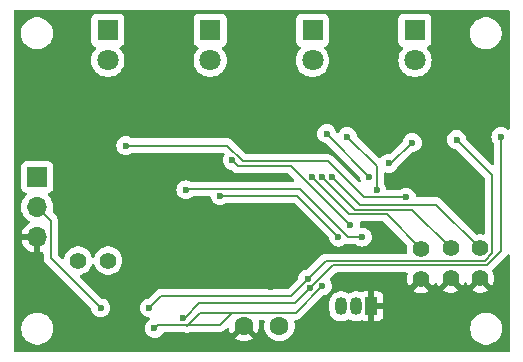
<source format=gbl>
%TF.GenerationSoftware,KiCad,Pcbnew,8.0.5-8.0.5-0~ubuntu20.04.1*%
%TF.CreationDate,2024-10-09T10:57:02+02:00*%
%TF.ProjectId,LIN_eval,4c494e5f-6576-4616-9c2e-6b696361645f,rev?*%
%TF.SameCoordinates,Original*%
%TF.FileFunction,Copper,L2,Bot*%
%TF.FilePolarity,Positive*%
%FSLAX46Y46*%
G04 Gerber Fmt 4.6, Leading zero omitted, Abs format (unit mm)*
G04 Created by KiCad (PCBNEW 8.0.5-8.0.5-0~ubuntu20.04.1) date 2024-10-09 10:57:02*
%MOMM*%
%LPD*%
G01*
G04 APERTURE LIST*
%TA.AperFunction,ComponentPad*%
%ADD10R,1.050000X1.500000*%
%TD*%
%TA.AperFunction,ComponentPad*%
%ADD11O,1.050000X1.500000*%
%TD*%
%TA.AperFunction,ComponentPad*%
%ADD12C,1.400000*%
%TD*%
%TA.AperFunction,ComponentPad*%
%ADD13C,1.600000*%
%TD*%
%TA.AperFunction,ComponentPad*%
%ADD14R,1.700000X1.700000*%
%TD*%
%TA.AperFunction,ComponentPad*%
%ADD15O,1.700000X1.700000*%
%TD*%
%TA.AperFunction,ComponentPad*%
%ADD16R,1.800000X1.800000*%
%TD*%
%TA.AperFunction,ComponentPad*%
%ADD17C,1.800000*%
%TD*%
%TA.AperFunction,ViaPad*%
%ADD18C,0.600000*%
%TD*%
%TA.AperFunction,Conductor*%
%ADD19C,0.200000*%
%TD*%
G04 APERTURE END LIST*
D10*
%TO.P,U4,1,GND*%
%TO.N,GND*%
X150770000Y-99360000D03*
D11*
%TO.P,U4,2,DQ*%
%TO.N,Net-(U3-PA9{slash}NC)*%
X149500000Y-99360000D03*
%TO.P,U4,3,V_{DD}*%
%TO.N,+3V3*%
X148230000Y-99360000D03*
%TD*%
D12*
%TO.P,JP4,1,A*%
%TO.N,GND*%
X160000000Y-97000000D03*
%TO.P,JP4,2,B*%
%TO.N,Net-(JP4-B)*%
X160000000Y-94460000D03*
%TD*%
%TO.P,JP3,1,A*%
%TO.N,GND*%
X157500000Y-97000000D03*
%TO.P,JP3,2,B*%
%TO.N,Net-(JP3-B)*%
X157500000Y-94460000D03*
%TD*%
%TO.P,JP1,1,A*%
%TO.N,VBAT*%
X125960000Y-95500000D03*
%TO.P,JP1,2,B*%
%TO.N,Net-(D1-A)*%
X128500000Y-95500000D03*
%TD*%
D13*
%TO.P,R9,1*%
%TO.N,Net-(U3-PA0)*%
X143000000Y-101000000D03*
%TO.P,R9,2*%
%TO.N,GND*%
X140000000Y-101000000D03*
%TD*%
D12*
%TO.P,JP2,1,A*%
%TO.N,GND*%
X155000000Y-97040000D03*
%TO.P,JP2,2,B*%
%TO.N,Net-(JP2-B)*%
X155000000Y-94500000D03*
%TD*%
D14*
%TO.P,J2,1,Pin_1*%
%TO.N,Net-(D4-A)*%
X122500000Y-88420000D03*
D15*
%TO.P,J2,2,Pin_2*%
%TO.N,/LIN*%
X122500000Y-90960000D03*
%TO.P,J2,3,Pin_3*%
%TO.N,GND*%
X122500000Y-93500000D03*
%TD*%
D16*
%TO.P,D7,1,K*%
%TO.N,Net-(D7-K)*%
X137141666Y-76000000D03*
D17*
%TO.P,D7,2,A*%
%TO.N,Net-(D7-A)*%
X137141666Y-78540000D03*
%TD*%
D16*
%TO.P,D11,1,K*%
%TO.N,Net-(D11-K)*%
X154475000Y-76000000D03*
D17*
%TO.P,D11,2,A*%
%TO.N,Net-(D11-A)*%
X154475000Y-78540000D03*
%TD*%
D16*
%TO.P,D9,1,K*%
%TO.N,Net-(D10-K)*%
X145808332Y-76000000D03*
D17*
%TO.P,D9,2,A*%
%TO.N,Net-(D10-A)*%
X145808332Y-78540000D03*
%TD*%
D16*
%TO.P,D2,1,K*%
%TO.N,Net-(D2-K)*%
X128475000Y-76000000D03*
D17*
%TO.P,D2,2,A*%
%TO.N,Net-(D2-A)*%
X128475000Y-78540000D03*
%TD*%
D18*
%TO.N,GND*%
X145250000Y-85000000D03*
X143250000Y-86000000D03*
X143750000Y-77750000D03*
X122750000Y-97000000D03*
X156250000Y-99000000D03*
X122500000Y-82500000D03*
X126250000Y-78250000D03*
X150750000Y-85000000D03*
X121500000Y-85000000D03*
X129500000Y-99250000D03*
X151500000Y-79500000D03*
X132000000Y-94500000D03*
X146000000Y-93500000D03*
X159750000Y-82000000D03*
X131500000Y-78750000D03*
X142250000Y-97750000D03*
X134250000Y-79000000D03*
X153750000Y-99000000D03*
X154750000Y-101500000D03*
X131500000Y-87000000D03*
X156750000Y-80000000D03*
%TO.N,/LIN*%
X127875000Y-99500000D03*
%TO.N,/RST*%
X152250000Y-87265000D03*
X154250000Y-85500000D03*
%TO.N,/RXD*%
X161750000Y-85000000D03*
X145623742Y-97822031D03*
X134799999Y-100326993D03*
%TO.N,/LED_0*%
X153750000Y-90150000D03*
X130000000Y-85750000D03*
%TO.N,/LIN_SLEEP*%
X146646029Y-97648273D03*
X132418270Y-101234281D03*
%TO.N,/TXD*%
X132000000Y-99500000D03*
X158000000Y-85250000D03*
X145389756Y-97057012D03*
%TO.N,Net-(JP4-B)*%
X147478115Y-88432526D03*
%TO.N,Net-(JP2-B)*%
X145799265Y-88450735D03*
%TO.N,/LED_2*%
X147000000Y-84750000D03*
X150625000Y-88375000D03*
%TO.N,Net-(JP3-B)*%
X146598530Y-88401470D03*
%TO.N,/LED_B*%
X150025000Y-93500000D03*
X135075000Y-89500000D03*
%TO.N,/LED_G*%
X149000000Y-92500000D03*
X139000000Y-87000000D03*
%TO.N,/LED_R*%
X148000000Y-93500000D03*
X138000000Y-90000000D03*
%TO.N,/LED_3*%
X148750000Y-85000000D03*
X151250000Y-89500000D03*
%TD*%
D19*
%TO.N,/LIN*%
X123650000Y-95275000D02*
X127875000Y-99500000D01*
X123650000Y-92110000D02*
X123650000Y-95275000D01*
X122500000Y-90960000D02*
X123650000Y-92110000D01*
%TO.N,/RST*%
X152485000Y-87265000D02*
X154250000Y-85500000D01*
X152250000Y-87265000D02*
X152485000Y-87265000D01*
%TO.N,/RXD*%
X134997245Y-100326993D02*
X134799999Y-100326993D01*
X160539900Y-95900000D02*
X161750000Y-94689900D01*
X161750000Y-94689900D02*
X161750000Y-85000000D01*
X144345773Y-99100000D02*
X136224238Y-99100000D01*
X145623742Y-97822031D02*
X147545773Y-95900000D01*
X134997245Y-100326993D02*
X136224238Y-99100000D01*
X147545773Y-95900000D02*
X160539900Y-95900000D01*
X145623742Y-97822031D02*
X144345773Y-99100000D01*
%TO.N,/LED_0*%
X140000000Y-87100000D02*
X147100000Y-87100000D01*
X138598529Y-85750000D02*
X130000000Y-85750000D01*
X140000000Y-87100000D02*
X139948529Y-87100000D01*
X147100000Y-87100000D02*
X150150000Y-90150000D01*
X138598529Y-85750000D02*
X139948529Y-87100000D01*
X153750000Y-90150000D02*
X150150000Y-90150000D01*
%TO.N,/LIN_SLEEP*%
X139000000Y-99900000D02*
X137973007Y-100926993D01*
X137973007Y-100926993D02*
X132725558Y-100926993D01*
X146646029Y-97648273D02*
X144394302Y-99900000D01*
X132725558Y-100926993D02*
X132418270Y-101234281D01*
X136272767Y-99900000D02*
X139000000Y-99900000D01*
X139000000Y-99900000D02*
X144394302Y-99900000D01*
X136272767Y-99900000D02*
X135172767Y-101000000D01*
%TO.N,/TXD*%
X143946768Y-98500000D02*
X145389756Y-97057012D01*
X145389756Y-97057012D02*
X146946768Y-95500000D01*
X146946768Y-95500000D02*
X160374214Y-95500000D01*
X132000000Y-99500000D02*
X133000000Y-98500000D01*
X133000000Y-98500000D02*
X143946768Y-98500000D01*
X161000000Y-88250000D02*
X158000000Y-85250000D01*
X160374214Y-95500000D02*
X161000000Y-94874214D01*
X161000000Y-94874214D02*
X161000000Y-88250000D01*
%TO.N,Net-(JP4-B)*%
X149804023Y-90750000D02*
X156290000Y-90750000D01*
X147486550Y-88432526D02*
X147478115Y-88432526D01*
X147486550Y-88432526D02*
X149804023Y-90750000D01*
X160000000Y-94460000D02*
X156290000Y-90750000D01*
%TO.N,Net-(JP2-B)*%
X149250000Y-91569769D02*
X152069769Y-91569769D01*
X148918299Y-91569769D02*
X145799265Y-88450735D01*
X148918299Y-91569769D02*
X149000000Y-91569769D01*
X152069769Y-91569769D02*
X155000000Y-94500000D01*
X149250000Y-91569769D02*
X148918299Y-91569769D01*
X149000000Y-91569769D02*
X149250000Y-91569769D01*
%TO.N,/LED_2*%
X147000000Y-84750000D02*
X150625000Y-88375000D01*
%TO.N,Net-(JP3-B)*%
X157500000Y-94460000D02*
X154209769Y-91169769D01*
X149366829Y-91169769D02*
X154209769Y-91169769D01*
X146598530Y-88401470D02*
X149366829Y-91169769D01*
%TO.N,/LED_B*%
X144748529Y-89400000D02*
X135175000Y-89400000D01*
X135175000Y-89400000D02*
X135075000Y-89500000D01*
X150025000Y-93500000D02*
X148848529Y-93500000D01*
X148848529Y-93500000D02*
X144748529Y-89400000D01*
%TO.N,/LED_G*%
X144000000Y-87500000D02*
X149000000Y-92500000D01*
X139500000Y-87500000D02*
X144000000Y-87500000D01*
X139000000Y-87000000D02*
X139500000Y-87500000D01*
%TO.N,/LED_R*%
X148000000Y-93500000D02*
X144500000Y-90000000D01*
X144500000Y-90000000D02*
X138000000Y-90000000D01*
%TO.N,/LED_3*%
X151250000Y-87500000D02*
X148750000Y-85000000D01*
X151250000Y-89500000D02*
X151250000Y-87500000D01*
%TD*%
%TA.AperFunction,Conductor*%
%TO.N,GND*%
G36*
X162442539Y-74270185D02*
G01*
X162488294Y-74322989D01*
X162499500Y-74374500D01*
X162499500Y-84318060D01*
X162479815Y-84385099D01*
X162427011Y-84430854D01*
X162357853Y-84440798D01*
X162294297Y-84411773D01*
X162287819Y-84405741D01*
X162252262Y-84370184D01*
X162099523Y-84274211D01*
X161929254Y-84214631D01*
X161929249Y-84214630D01*
X161750004Y-84194435D01*
X161749996Y-84194435D01*
X161570750Y-84214630D01*
X161570745Y-84214631D01*
X161400476Y-84274211D01*
X161247737Y-84370184D01*
X161120184Y-84497737D01*
X161024211Y-84650476D01*
X160964631Y-84820745D01*
X160964630Y-84820750D01*
X160944435Y-84999996D01*
X160944435Y-85000003D01*
X160964630Y-85179249D01*
X160964631Y-85179254D01*
X161024211Y-85349523D01*
X161074307Y-85429249D01*
X161118760Y-85499996D01*
X161120185Y-85502263D01*
X161122445Y-85505097D01*
X161123334Y-85507275D01*
X161123889Y-85508158D01*
X161123734Y-85508255D01*
X161148855Y-85569783D01*
X161149500Y-85582412D01*
X161149500Y-87250902D01*
X161129815Y-87317941D01*
X161077011Y-87363696D01*
X161007853Y-87373640D01*
X160944297Y-87344615D01*
X160937819Y-87338583D01*
X158830700Y-85231465D01*
X158797215Y-85170142D01*
X158795163Y-85157686D01*
X158785368Y-85070745D01*
X158725789Y-84900478D01*
X158629816Y-84747738D01*
X158502262Y-84620184D01*
X158485376Y-84609574D01*
X158349523Y-84524211D01*
X158179254Y-84464631D01*
X158179249Y-84464630D01*
X158000004Y-84444435D01*
X157999996Y-84444435D01*
X157820750Y-84464630D01*
X157820745Y-84464631D01*
X157650476Y-84524211D01*
X157497737Y-84620184D01*
X157370184Y-84747737D01*
X157274211Y-84900476D01*
X157214631Y-85070745D01*
X157214630Y-85070750D01*
X157194435Y-85249996D01*
X157194435Y-85250003D01*
X157214630Y-85429249D01*
X157214631Y-85429254D01*
X157274211Y-85599523D01*
X157368760Y-85749996D01*
X157370184Y-85752262D01*
X157497738Y-85879816D01*
X157650478Y-85975789D01*
X157820745Y-86035368D01*
X157907669Y-86045161D01*
X157972080Y-86072226D01*
X157981465Y-86080700D01*
X160363181Y-88462416D01*
X160396666Y-88523739D01*
X160399500Y-88550097D01*
X160399500Y-93164057D01*
X160379815Y-93231096D01*
X160327011Y-93276851D01*
X160257853Y-93286795D01*
X160252715Y-93285946D01*
X160249211Y-93285291D01*
X160111243Y-93259500D01*
X159888757Y-93259500D01*
X159818734Y-93272589D01*
X159750783Y-93285291D01*
X159681268Y-93278259D01*
X159640318Y-93251083D01*
X156777590Y-90388355D01*
X156777588Y-90388352D01*
X156658717Y-90269481D01*
X156658716Y-90269480D01*
X156571904Y-90219360D01*
X156571904Y-90219359D01*
X156571900Y-90219358D01*
X156521785Y-90190423D01*
X156369057Y-90149499D01*
X156210943Y-90149499D01*
X156203347Y-90149499D01*
X156203331Y-90149500D01*
X154666322Y-90149500D01*
X154599283Y-90129815D01*
X154553528Y-90077011D01*
X154543102Y-90039383D01*
X154535369Y-89970750D01*
X154535368Y-89970748D01*
X154535368Y-89970745D01*
X154475789Y-89800478D01*
X154379816Y-89647738D01*
X154252262Y-89520184D01*
X154220144Y-89500003D01*
X154099523Y-89424211D01*
X153929254Y-89364631D01*
X153929249Y-89364630D01*
X153750004Y-89344435D01*
X153749996Y-89344435D01*
X153570750Y-89364630D01*
X153570745Y-89364631D01*
X153400476Y-89424211D01*
X153247736Y-89520185D01*
X153244903Y-89522445D01*
X153242724Y-89523334D01*
X153241842Y-89523889D01*
X153241744Y-89523734D01*
X153180217Y-89548855D01*
X153167588Y-89549500D01*
X152171956Y-89549500D01*
X152104917Y-89529815D01*
X152059162Y-89477011D01*
X152048736Y-89439384D01*
X152035369Y-89320749D01*
X152035368Y-89320745D01*
X151982094Y-89168498D01*
X151975789Y-89150478D01*
X151879816Y-88997738D01*
X151879814Y-88997736D01*
X151879813Y-88997734D01*
X151877550Y-88994896D01*
X151876659Y-88992715D01*
X151876111Y-88991842D01*
X151876264Y-88991745D01*
X151851144Y-88930209D01*
X151850500Y-88917587D01*
X151850500Y-88148062D01*
X151870185Y-88081023D01*
X151922989Y-88035268D01*
X151992147Y-88025324D01*
X152015448Y-88031018D01*
X152070745Y-88050368D01*
X152070748Y-88050368D01*
X152070750Y-88050369D01*
X152249996Y-88070565D01*
X152250000Y-88070565D01*
X152250004Y-88070565D01*
X152429249Y-88050369D01*
X152429252Y-88050368D01*
X152429255Y-88050368D01*
X152599522Y-87990789D01*
X152752262Y-87894816D01*
X152879816Y-87767262D01*
X152953262Y-87650370D01*
X152970591Y-87628646D01*
X152975712Y-87623526D01*
X152975728Y-87623506D01*
X154268535Y-86330698D01*
X154329856Y-86297215D01*
X154342311Y-86295163D01*
X154429255Y-86285368D01*
X154599522Y-86225789D01*
X154752262Y-86129816D01*
X154879816Y-86002262D01*
X154975789Y-85849522D01*
X155035368Y-85679255D01*
X155044352Y-85599522D01*
X155055565Y-85500003D01*
X155055565Y-85499996D01*
X155035369Y-85320750D01*
X155035368Y-85320745D01*
X155009821Y-85247737D01*
X154975789Y-85150478D01*
X154975174Y-85149500D01*
X154936582Y-85088080D01*
X154879816Y-84997738D01*
X154752262Y-84870184D01*
X154737447Y-84860875D01*
X154599523Y-84774211D01*
X154429254Y-84714631D01*
X154429249Y-84714630D01*
X154250004Y-84694435D01*
X154249996Y-84694435D01*
X154070750Y-84714630D01*
X154070745Y-84714631D01*
X153900476Y-84774211D01*
X153747737Y-84870184D01*
X153620184Y-84997737D01*
X153524210Y-85150478D01*
X153464630Y-85320750D01*
X153454837Y-85407668D01*
X153427770Y-85472082D01*
X153419298Y-85481465D01*
X152464179Y-86436584D01*
X152402856Y-86470069D01*
X152362615Y-86472123D01*
X152250003Y-86459435D01*
X152249996Y-86459435D01*
X152070750Y-86479630D01*
X152070745Y-86479631D01*
X151900476Y-86539211D01*
X151747737Y-86635184D01*
X151620184Y-86762737D01*
X151620182Y-86762740D01*
X151603271Y-86789654D01*
X151550936Y-86835945D01*
X151481882Y-86846592D01*
X151418034Y-86818216D01*
X151410597Y-86811362D01*
X149580700Y-84981465D01*
X149547215Y-84920142D01*
X149545163Y-84907686D01*
X149535368Y-84820745D01*
X149475789Y-84650478D01*
X149379816Y-84497738D01*
X149252262Y-84370184D01*
X149099523Y-84274211D01*
X148929254Y-84214631D01*
X148929249Y-84214630D01*
X148750004Y-84194435D01*
X148749996Y-84194435D01*
X148570750Y-84214630D01*
X148570745Y-84214631D01*
X148400476Y-84274211D01*
X148247737Y-84370184D01*
X148120184Y-84497737D01*
X148020506Y-84656374D01*
X148019211Y-84655560D01*
X147977845Y-84701364D01*
X147910415Y-84719667D01*
X147843794Y-84698609D01*
X147799134Y-84644876D01*
X147789743Y-84609578D01*
X147785368Y-84570745D01*
X147725789Y-84400478D01*
X147629816Y-84247738D01*
X147502262Y-84120184D01*
X147349523Y-84024211D01*
X147179254Y-83964631D01*
X147179249Y-83964630D01*
X147000004Y-83944435D01*
X146999996Y-83944435D01*
X146820750Y-83964630D01*
X146820745Y-83964631D01*
X146650476Y-84024211D01*
X146497737Y-84120184D01*
X146370184Y-84247737D01*
X146274211Y-84400476D01*
X146214631Y-84570745D01*
X146214630Y-84570750D01*
X146194435Y-84749996D01*
X146194435Y-84750003D01*
X146214630Y-84929249D01*
X146214631Y-84929254D01*
X146274211Y-85099523D01*
X146357116Y-85231465D01*
X146370184Y-85252262D01*
X146497738Y-85379816D01*
X146650478Y-85475789D01*
X146820745Y-85535368D01*
X146907669Y-85545161D01*
X146972080Y-85572226D01*
X146981465Y-85580700D01*
X149794298Y-88393533D01*
X149827783Y-88454856D01*
X149829837Y-88467330D01*
X149839630Y-88554249D01*
X149894956Y-88712363D01*
X149898517Y-88782142D01*
X149863788Y-88842769D01*
X149801794Y-88874996D01*
X149732219Y-88868590D01*
X149690233Y-88840998D01*
X147587590Y-86738355D01*
X147587588Y-86738352D01*
X147468717Y-86619481D01*
X147468716Y-86619480D01*
X147358012Y-86555565D01*
X147358010Y-86555564D01*
X147331785Y-86540423D01*
X147331784Y-86540422D01*
X147331783Y-86540422D01*
X147275881Y-86525443D01*
X147179057Y-86499499D01*
X147020943Y-86499499D01*
X147013347Y-86499499D01*
X147013331Y-86499500D01*
X140248626Y-86499500D01*
X140181587Y-86479815D01*
X140160945Y-86463181D01*
X139086119Y-85388355D01*
X139086117Y-85388352D01*
X138967246Y-85269481D01*
X138967238Y-85269475D01*
X138865465Y-85210717D01*
X138865463Y-85210716D01*
X138830319Y-85190425D01*
X138830318Y-85190424D01*
X138788631Y-85179254D01*
X138677586Y-85149499D01*
X138519472Y-85149499D01*
X138511876Y-85149499D01*
X138511860Y-85149500D01*
X130582412Y-85149500D01*
X130515373Y-85129815D01*
X130505097Y-85122445D01*
X130502263Y-85120185D01*
X130502262Y-85120184D01*
X130445496Y-85084515D01*
X130349523Y-85024211D01*
X130179254Y-84964631D01*
X130179249Y-84964630D01*
X130000004Y-84944435D01*
X129999996Y-84944435D01*
X129820750Y-84964630D01*
X129820745Y-84964631D01*
X129650476Y-85024211D01*
X129497737Y-85120184D01*
X129370184Y-85247737D01*
X129274211Y-85400476D01*
X129214631Y-85570745D01*
X129214630Y-85570750D01*
X129194435Y-85749996D01*
X129194435Y-85750003D01*
X129214630Y-85929249D01*
X129214631Y-85929254D01*
X129274211Y-86099523D01*
X129353550Y-86225789D01*
X129370184Y-86252262D01*
X129497738Y-86379816D01*
X129584471Y-86434314D01*
X129644643Y-86472123D01*
X129650478Y-86475789D01*
X129820745Y-86535368D01*
X129820750Y-86535369D01*
X129999996Y-86555565D01*
X130000000Y-86555565D01*
X130000004Y-86555565D01*
X130179249Y-86535369D01*
X130179252Y-86535368D01*
X130179255Y-86535368D01*
X130349522Y-86475789D01*
X130502262Y-86379816D01*
X130502267Y-86379810D01*
X130505097Y-86377555D01*
X130507275Y-86376665D01*
X130508158Y-86376111D01*
X130508255Y-86376265D01*
X130569783Y-86351145D01*
X130582412Y-86350500D01*
X138238339Y-86350500D01*
X138305378Y-86370185D01*
X138351133Y-86422989D01*
X138361077Y-86492147D01*
X138343332Y-86540473D01*
X138274211Y-86650475D01*
X138214631Y-86820745D01*
X138214630Y-86820750D01*
X138194435Y-86999996D01*
X138194435Y-87000003D01*
X138214630Y-87179249D01*
X138214631Y-87179254D01*
X138274211Y-87349523D01*
X138370184Y-87502262D01*
X138497738Y-87629816D01*
X138650478Y-87725789D01*
X138820745Y-87785368D01*
X138907669Y-87795161D01*
X138972080Y-87822226D01*
X138981453Y-87830689D01*
X139131284Y-87980520D01*
X139131286Y-87980521D01*
X139131287Y-87980522D01*
X139131290Y-87980524D01*
X139252265Y-88050368D01*
X139268216Y-88059577D01*
X139420943Y-88100501D01*
X139420945Y-88100501D01*
X139586654Y-88100501D01*
X139586670Y-88100500D01*
X143699903Y-88100500D01*
X143766942Y-88120185D01*
X143787584Y-88136819D01*
X144238584Y-88587819D01*
X144272069Y-88649142D01*
X144267085Y-88718834D01*
X144225213Y-88774767D01*
X144159749Y-88799184D01*
X144150903Y-88799500D01*
X135500494Y-88799500D01*
X135434523Y-88780494D01*
X135424525Y-88774212D01*
X135254254Y-88714631D01*
X135254249Y-88714630D01*
X135075004Y-88694435D01*
X135074996Y-88694435D01*
X134895750Y-88714630D01*
X134895745Y-88714631D01*
X134725476Y-88774211D01*
X134572737Y-88870184D01*
X134445184Y-88997737D01*
X134349211Y-89150476D01*
X134289631Y-89320745D01*
X134289630Y-89320750D01*
X134269435Y-89499996D01*
X134269435Y-89500003D01*
X134289630Y-89679249D01*
X134289631Y-89679254D01*
X134349211Y-89849523D01*
X134425384Y-89970750D01*
X134445184Y-90002262D01*
X134572738Y-90129816D01*
X134604065Y-90149500D01*
X134715244Y-90219359D01*
X134725478Y-90225789D01*
X134895745Y-90285368D01*
X134895750Y-90285369D01*
X135074996Y-90305565D01*
X135075000Y-90305565D01*
X135075004Y-90305565D01*
X135254249Y-90285369D01*
X135254252Y-90285368D01*
X135254255Y-90285368D01*
X135424522Y-90225789D01*
X135577262Y-90129816D01*
X135670260Y-90036818D01*
X135731584Y-90003334D01*
X135757941Y-90000500D01*
X137083678Y-90000500D01*
X137150717Y-90020185D01*
X137196472Y-90072989D01*
X137206898Y-90110617D01*
X137214630Y-90179249D01*
X137274210Y-90349521D01*
X137298611Y-90388355D01*
X137370184Y-90502262D01*
X137497738Y-90629816D01*
X137650478Y-90725789D01*
X137820745Y-90785368D01*
X137820750Y-90785369D01*
X137999996Y-90805565D01*
X138000000Y-90805565D01*
X138000004Y-90805565D01*
X138179249Y-90785369D01*
X138179252Y-90785368D01*
X138179255Y-90785368D01*
X138349522Y-90725789D01*
X138502262Y-90629816D01*
X138502267Y-90629810D01*
X138505097Y-90627555D01*
X138507275Y-90626665D01*
X138508158Y-90626111D01*
X138508255Y-90626265D01*
X138569783Y-90601145D01*
X138582412Y-90600500D01*
X144199903Y-90600500D01*
X144266942Y-90620185D01*
X144287584Y-90636819D01*
X147169298Y-93518533D01*
X147202783Y-93579856D01*
X147204837Y-93592330D01*
X147214630Y-93679249D01*
X147274210Y-93849521D01*
X147345819Y-93963486D01*
X147370184Y-94002262D01*
X147497738Y-94129816D01*
X147650478Y-94225789D01*
X147746910Y-94259532D01*
X147820745Y-94285368D01*
X147820750Y-94285369D01*
X147999996Y-94305565D01*
X148000000Y-94305565D01*
X148000004Y-94305565D01*
X148179249Y-94285369D01*
X148179252Y-94285368D01*
X148179255Y-94285368D01*
X148349522Y-94225789D01*
X148502262Y-94129816D01*
X148531227Y-94100850D01*
X148592549Y-94067365D01*
X148651000Y-94068755D01*
X148769472Y-94100501D01*
X148769474Y-94100501D01*
X148935183Y-94100501D01*
X148935199Y-94100500D01*
X149442588Y-94100500D01*
X149509627Y-94120185D01*
X149519903Y-94127555D01*
X149522736Y-94129814D01*
X149522738Y-94129816D01*
X149675478Y-94225789D01*
X149771910Y-94259532D01*
X149845745Y-94285368D01*
X149845750Y-94285369D01*
X150024996Y-94305565D01*
X150025000Y-94305565D01*
X150025004Y-94305565D01*
X150204249Y-94285369D01*
X150204252Y-94285368D01*
X150204255Y-94285368D01*
X150374522Y-94225789D01*
X150527262Y-94129816D01*
X150654816Y-94002262D01*
X150750789Y-93849522D01*
X150810368Y-93679255D01*
X150820162Y-93592330D01*
X150830565Y-93500003D01*
X150830565Y-93499996D01*
X150810369Y-93320750D01*
X150810368Y-93320745D01*
X150797962Y-93285291D01*
X150750789Y-93150478D01*
X150654816Y-92997738D01*
X150527262Y-92870184D01*
X150374523Y-92774211D01*
X150204254Y-92714631D01*
X150204249Y-92714630D01*
X150025004Y-92694435D01*
X150024996Y-92694435D01*
X149935067Y-92704567D01*
X149866245Y-92692512D01*
X149814866Y-92645163D01*
X149797242Y-92577552D01*
X149797964Y-92567463D01*
X149805565Y-92500002D01*
X149805565Y-92499996D01*
X149784589Y-92313825D01*
X149786127Y-92313651D01*
X149789895Y-92252126D01*
X149831192Y-92195767D01*
X149896403Y-92170682D01*
X149906514Y-92170269D01*
X151769672Y-92170269D01*
X151836711Y-92189954D01*
X151857353Y-92206588D01*
X153788685Y-94137920D01*
X153822170Y-94199243D01*
X153820271Y-94259532D01*
X153814885Y-94278462D01*
X153794357Y-94499999D01*
X153794357Y-94500000D01*
X153814884Y-94721535D01*
X153820584Y-94741565D01*
X153819998Y-94811433D01*
X153781731Y-94869891D01*
X153717934Y-94898382D01*
X153701318Y-94899500D01*
X146867708Y-94899500D01*
X146826787Y-94910464D01*
X146826787Y-94910465D01*
X146789519Y-94920451D01*
X146714982Y-94940423D01*
X146714977Y-94940426D01*
X146578058Y-95019475D01*
X146578050Y-95019481D01*
X146466246Y-95131286D01*
X145371221Y-96226310D01*
X145309898Y-96259795D01*
X145297424Y-96261849D01*
X145210506Y-96271642D01*
X145040234Y-96331222D01*
X144887493Y-96427196D01*
X144759940Y-96554749D01*
X144663966Y-96707490D01*
X144604386Y-96877762D01*
X144594593Y-96964680D01*
X144567526Y-97029094D01*
X144559054Y-97038477D01*
X143734352Y-97863181D01*
X143673029Y-97896666D01*
X143646671Y-97899500D01*
X133086670Y-97899500D01*
X133086654Y-97899499D01*
X133079058Y-97899499D01*
X132920943Y-97899499D01*
X132844579Y-97919961D01*
X132768214Y-97940423D01*
X132768209Y-97940426D01*
X132631290Y-98019475D01*
X132631282Y-98019481D01*
X131981465Y-98669298D01*
X131920142Y-98702783D01*
X131907668Y-98704837D01*
X131820750Y-98714630D01*
X131650478Y-98774210D01*
X131497737Y-98870184D01*
X131370184Y-98997737D01*
X131274211Y-99150476D01*
X131214631Y-99320745D01*
X131214630Y-99320750D01*
X131194435Y-99499996D01*
X131194435Y-99500003D01*
X131214630Y-99679249D01*
X131214631Y-99679254D01*
X131274211Y-99849523D01*
X131326509Y-99932754D01*
X131370184Y-100002262D01*
X131497738Y-100129816D01*
X131588080Y-100186582D01*
X131641089Y-100219890D01*
X131650478Y-100225789D01*
X131807662Y-100280790D01*
X131820745Y-100285368D01*
X131820750Y-100285369D01*
X131980000Y-100303312D01*
X132044414Y-100330378D01*
X132083969Y-100387973D01*
X132086107Y-100457810D01*
X132050149Y-100517716D01*
X132032089Y-100531526D01*
X131916007Y-100604465D01*
X131788454Y-100732018D01*
X131692481Y-100884757D01*
X131632901Y-101055026D01*
X131632900Y-101055031D01*
X131612705Y-101234277D01*
X131612705Y-101234284D01*
X131632900Y-101413530D01*
X131632901Y-101413535D01*
X131692481Y-101583804D01*
X131735632Y-101652478D01*
X131788454Y-101736543D01*
X131916008Y-101864097D01*
X132006350Y-101920863D01*
X132065160Y-101957816D01*
X132068748Y-101960070D01*
X132182990Y-102000045D01*
X132239015Y-102019649D01*
X132239020Y-102019650D01*
X132418266Y-102039846D01*
X132418270Y-102039846D01*
X132418274Y-102039846D01*
X132597519Y-102019650D01*
X132597522Y-102019649D01*
X132597525Y-102019649D01*
X132767792Y-101960070D01*
X132920532Y-101864097D01*
X133048086Y-101736543D01*
X133142980Y-101585521D01*
X133195315Y-101539230D01*
X133247974Y-101527493D01*
X134852185Y-101527493D01*
X134914185Y-101544105D01*
X134940982Y-101559577D01*
X135093710Y-101600501D01*
X135093713Y-101600501D01*
X135251821Y-101600501D01*
X135251824Y-101600501D01*
X135404552Y-101559577D01*
X135431348Y-101544105D01*
X135493349Y-101527493D01*
X137886338Y-101527493D01*
X137886354Y-101527494D01*
X137893950Y-101527494D01*
X138052061Y-101527494D01*
X138052064Y-101527494D01*
X138204792Y-101486570D01*
X138254911Y-101457632D01*
X138341723Y-101407513D01*
X138453527Y-101295709D01*
X138453528Y-101295706D01*
X138522370Y-101226863D01*
X138583689Y-101193380D01*
X138653381Y-101198364D01*
X138709314Y-101240235D01*
X138729823Y-101282452D01*
X138773731Y-101446319D01*
X138773735Y-101446331D01*
X138869863Y-101652478D01*
X138920974Y-101725472D01*
X139600000Y-101046446D01*
X139600000Y-101052661D01*
X139627259Y-101154394D01*
X139679920Y-101245606D01*
X139754394Y-101320080D01*
X139845606Y-101372741D01*
X139947339Y-101400000D01*
X139953553Y-101400000D01*
X139274526Y-102079025D01*
X139347513Y-102130132D01*
X139347521Y-102130136D01*
X139553668Y-102226264D01*
X139553682Y-102226269D01*
X139773389Y-102285139D01*
X139773400Y-102285141D01*
X139999998Y-102304966D01*
X140000002Y-102304966D01*
X140226599Y-102285141D01*
X140226610Y-102285139D01*
X140446317Y-102226269D01*
X140446331Y-102226264D01*
X140652478Y-102130136D01*
X140725471Y-102079024D01*
X140046447Y-101400000D01*
X140052661Y-101400000D01*
X140154394Y-101372741D01*
X140245606Y-101320080D01*
X140320080Y-101245606D01*
X140372741Y-101154394D01*
X140400000Y-101052661D01*
X140400000Y-101046447D01*
X141079024Y-101725471D01*
X141130136Y-101652478D01*
X141226264Y-101446331D01*
X141226269Y-101446317D01*
X141285139Y-101226610D01*
X141285141Y-101226599D01*
X141304966Y-101000002D01*
X141304966Y-100999997D01*
X141285141Y-100773400D01*
X141285139Y-100773390D01*
X141253844Y-100656593D01*
X141255507Y-100586744D01*
X141294669Y-100528881D01*
X141358898Y-100501377D01*
X141373619Y-100500500D01*
X141625863Y-100500500D01*
X141692902Y-100520185D01*
X141738657Y-100572989D01*
X141748601Y-100642147D01*
X141745638Y-100656593D01*
X141714366Y-100773302D01*
X141714364Y-100773313D01*
X141694532Y-100999998D01*
X141694532Y-101000001D01*
X141714364Y-101226686D01*
X141714366Y-101226697D01*
X141773258Y-101446488D01*
X141773261Y-101446497D01*
X141869431Y-101652732D01*
X141869432Y-101652734D01*
X141999954Y-101839141D01*
X142160858Y-102000045D01*
X142160861Y-102000047D01*
X142347266Y-102130568D01*
X142553504Y-102226739D01*
X142773308Y-102285635D01*
X142935230Y-102299801D01*
X142999998Y-102305468D01*
X143000000Y-102305468D01*
X143000002Y-102305468D01*
X143056673Y-102300509D01*
X143226692Y-102285635D01*
X143446496Y-102226739D01*
X143652734Y-102130568D01*
X143839139Y-102000047D01*
X144000047Y-101839139D01*
X144130568Y-101652734D01*
X144226739Y-101446496D01*
X144285635Y-101226692D01*
X144292895Y-101143713D01*
X159149500Y-101143713D01*
X159149500Y-101356286D01*
X159182753Y-101566239D01*
X159248444Y-101768414D01*
X159344951Y-101957820D01*
X159469890Y-102129786D01*
X159620213Y-102280109D01*
X159792179Y-102405048D01*
X159792181Y-102405049D01*
X159792184Y-102405051D01*
X159981588Y-102501557D01*
X160183757Y-102567246D01*
X160393713Y-102600500D01*
X160393714Y-102600500D01*
X160606286Y-102600500D01*
X160606287Y-102600500D01*
X160816243Y-102567246D01*
X161018412Y-102501557D01*
X161207816Y-102405051D01*
X161229789Y-102389086D01*
X161379786Y-102280109D01*
X161379788Y-102280106D01*
X161379792Y-102280104D01*
X161530104Y-102129792D01*
X161530106Y-102129788D01*
X161530109Y-102129786D01*
X161655048Y-101957820D01*
X161655047Y-101957820D01*
X161655051Y-101957816D01*
X161751557Y-101768412D01*
X161817246Y-101566243D01*
X161850500Y-101356287D01*
X161850500Y-101143713D01*
X161817246Y-100933757D01*
X161751557Y-100731588D01*
X161655051Y-100542184D01*
X161655049Y-100542181D01*
X161655048Y-100542179D01*
X161530109Y-100370213D01*
X161379786Y-100219890D01*
X161207820Y-100094951D01*
X161018414Y-99998444D01*
X161018413Y-99998443D01*
X161018412Y-99998443D01*
X160816243Y-99932754D01*
X160816241Y-99932753D01*
X160816240Y-99932753D01*
X160654957Y-99907208D01*
X160606287Y-99899500D01*
X160393713Y-99899500D01*
X160345042Y-99907208D01*
X160183760Y-99932753D01*
X159981585Y-99998444D01*
X159792179Y-100094951D01*
X159620213Y-100219890D01*
X159469890Y-100370213D01*
X159344951Y-100542179D01*
X159248444Y-100731585D01*
X159182753Y-100933760D01*
X159149500Y-101143713D01*
X144292895Y-101143713D01*
X144305468Y-101000000D01*
X144285635Y-100773308D01*
X144254362Y-100656594D01*
X144256025Y-100586744D01*
X144295188Y-100528882D01*
X144359416Y-100501378D01*
X144374137Y-100500501D01*
X144473356Y-100500501D01*
X144473359Y-100500501D01*
X144626087Y-100459577D01*
X144684304Y-100425965D01*
X144763018Y-100380520D01*
X144874822Y-100268716D01*
X144874822Y-100268714D01*
X144885026Y-100258511D01*
X144885030Y-100258506D01*
X146109543Y-99033992D01*
X147204500Y-99033992D01*
X147204500Y-99686007D01*
X147243907Y-99884119D01*
X147243909Y-99884127D01*
X147321212Y-100070752D01*
X147321217Y-100070762D01*
X147433441Y-100238718D01*
X147576281Y-100381558D01*
X147744237Y-100493782D01*
X147744241Y-100493784D01*
X147744244Y-100493786D01*
X147930873Y-100571091D01*
X148076210Y-100600000D01*
X148128992Y-100610499D01*
X148128996Y-100610500D01*
X148128997Y-100610500D01*
X148331004Y-100610500D01*
X148331005Y-100610499D01*
X148529127Y-100571091D01*
X148715756Y-100493786D01*
X148796110Y-100440094D01*
X148862786Y-100419217D01*
X148930166Y-100437701D01*
X148933865Y-100440078D01*
X149014244Y-100493786D01*
X149014245Y-100493786D01*
X149014246Y-100493787D01*
X149049747Y-100508492D01*
X149200873Y-100571091D01*
X149346210Y-100600000D01*
X149398992Y-100610499D01*
X149398996Y-100610500D01*
X149398997Y-100610500D01*
X149601004Y-100610500D01*
X149601005Y-100610499D01*
X149799127Y-100571091D01*
X149880338Y-100537451D01*
X149949804Y-100529983D01*
X149994859Y-100549594D01*
X149995128Y-100549103D01*
X150000613Y-100552098D01*
X150002099Y-100552745D01*
X150002911Y-100553353D01*
X150002913Y-100553354D01*
X150137620Y-100603596D01*
X150137627Y-100603598D01*
X150197155Y-100609999D01*
X150197172Y-100610000D01*
X150520000Y-100610000D01*
X150520000Y-99725865D01*
X150522383Y-99701671D01*
X150525500Y-99686002D01*
X150525500Y-99645830D01*
X150539745Y-99660075D01*
X150625255Y-99709444D01*
X150720630Y-99735000D01*
X150819370Y-99735000D01*
X150914745Y-99709444D01*
X151000255Y-99660075D01*
X151020000Y-99640330D01*
X151020000Y-100610000D01*
X151342828Y-100610000D01*
X151342844Y-100609999D01*
X151402372Y-100603598D01*
X151402379Y-100603596D01*
X151537086Y-100553354D01*
X151537093Y-100553350D01*
X151652187Y-100467190D01*
X151652190Y-100467187D01*
X151738350Y-100352093D01*
X151738354Y-100352086D01*
X151788596Y-100217379D01*
X151788598Y-100217372D01*
X151794999Y-100157844D01*
X151795000Y-100157827D01*
X151795000Y-99610000D01*
X151050330Y-99610000D01*
X151070075Y-99590255D01*
X151119444Y-99504745D01*
X151145000Y-99409370D01*
X151145000Y-99310630D01*
X151119444Y-99215255D01*
X151070075Y-99129745D01*
X151050330Y-99110000D01*
X151795000Y-99110000D01*
X151795000Y-98562172D01*
X151794999Y-98562155D01*
X151788598Y-98502627D01*
X151788596Y-98502620D01*
X151738354Y-98367913D01*
X151738350Y-98367906D01*
X151652190Y-98252812D01*
X151652187Y-98252809D01*
X151537093Y-98166649D01*
X151537086Y-98166645D01*
X151402379Y-98116403D01*
X151402372Y-98116401D01*
X151342844Y-98110000D01*
X151020000Y-98110000D01*
X151020000Y-99079670D01*
X151000255Y-99059925D01*
X150914745Y-99010556D01*
X150819370Y-98985000D01*
X150720630Y-98985000D01*
X150625255Y-99010556D01*
X150539745Y-99059925D01*
X150525500Y-99074170D01*
X150525500Y-99033996D01*
X150525499Y-99033995D01*
X150522383Y-99018326D01*
X150520000Y-98994134D01*
X150520000Y-98110000D01*
X150197155Y-98110000D01*
X150137627Y-98116401D01*
X150137620Y-98116403D01*
X150002913Y-98166645D01*
X150002911Y-98166646D01*
X150002092Y-98167260D01*
X150001134Y-98167616D01*
X149995132Y-98170895D01*
X149994660Y-98170031D01*
X149936625Y-98191671D01*
X149880338Y-98182547D01*
X149799131Y-98148910D01*
X149799119Y-98148907D01*
X149601007Y-98109500D01*
X149601003Y-98109500D01*
X149398997Y-98109500D01*
X149398992Y-98109500D01*
X149200880Y-98148907D01*
X149200872Y-98148909D01*
X149014244Y-98226213D01*
X148933891Y-98279904D01*
X148867213Y-98300782D01*
X148799833Y-98282297D01*
X148796109Y-98279904D01*
X148715755Y-98226213D01*
X148529127Y-98148909D01*
X148529119Y-98148907D01*
X148331007Y-98109500D01*
X148331003Y-98109500D01*
X148128997Y-98109500D01*
X148128992Y-98109500D01*
X147930880Y-98148907D01*
X147930872Y-98148909D01*
X147744247Y-98226212D01*
X147744237Y-98226217D01*
X147576281Y-98338441D01*
X147433441Y-98481281D01*
X147321217Y-98649237D01*
X147321212Y-98649247D01*
X147243909Y-98835872D01*
X147243907Y-98835880D01*
X147204500Y-99033992D01*
X146109543Y-99033992D01*
X146664564Y-98478971D01*
X146725885Y-98445488D01*
X146738340Y-98443436D01*
X146825284Y-98433641D01*
X146995551Y-98374062D01*
X147148291Y-98278089D01*
X147275845Y-98150535D01*
X147371818Y-97997795D01*
X147431397Y-97827528D01*
X147431398Y-97827522D01*
X147451594Y-97648276D01*
X147451594Y-97648269D01*
X147431398Y-97469023D01*
X147431397Y-97469018D01*
X147411040Y-97410842D01*
X147371818Y-97298751D01*
X147371817Y-97298750D01*
X147371816Y-97298746D01*
X147279508Y-97151840D01*
X147260507Y-97084604D01*
X147280874Y-97017769D01*
X147296815Y-96998192D01*
X147758189Y-96536819D01*
X147819512Y-96503334D01*
X147845870Y-96500500D01*
X153741670Y-96500500D01*
X153808709Y-96520185D01*
X153854464Y-96572989D01*
X153864408Y-96642147D01*
X153860937Y-96658433D01*
X153815378Y-96818558D01*
X153794859Y-97039999D01*
X153794859Y-97040000D01*
X153815378Y-97261439D01*
X153876240Y-97475350D01*
X153975369Y-97674428D01*
X153991137Y-97695308D01*
X153991138Y-97695308D01*
X154600000Y-97086446D01*
X154600000Y-97092661D01*
X154627259Y-97194394D01*
X154679920Y-97285606D01*
X154754394Y-97360080D01*
X154845606Y-97412741D01*
X154947339Y-97440000D01*
X154953553Y-97440000D01*
X154346672Y-98046879D01*
X154346672Y-98046880D01*
X154462821Y-98118797D01*
X154462822Y-98118798D01*
X154670195Y-98199134D01*
X154888807Y-98240000D01*
X155111193Y-98240000D01*
X155329809Y-98199133D01*
X155537168Y-98118801D01*
X155537181Y-98118795D01*
X155653326Y-98046879D01*
X155046448Y-97440000D01*
X155052661Y-97440000D01*
X155154394Y-97412741D01*
X155245606Y-97360080D01*
X155320080Y-97285606D01*
X155372741Y-97194394D01*
X155400000Y-97092661D01*
X155400000Y-97086447D01*
X156008861Y-97695308D01*
X156024631Y-97674425D01*
X156024633Y-97674422D01*
X156123760Y-97475348D01*
X156123761Y-97475347D01*
X156136423Y-97430843D01*
X156173701Y-97371749D01*
X156237011Y-97342190D01*
X156306250Y-97351551D01*
X156359437Y-97396860D01*
X156374956Y-97430840D01*
X156376237Y-97435344D01*
X156376239Y-97435348D01*
X156475369Y-97634428D01*
X156491137Y-97655308D01*
X156491138Y-97655308D01*
X157100000Y-97046446D01*
X157100000Y-97052661D01*
X157127259Y-97154394D01*
X157179920Y-97245606D01*
X157254394Y-97320080D01*
X157345606Y-97372741D01*
X157447339Y-97400000D01*
X157453553Y-97400000D01*
X156846672Y-98006879D01*
X156846672Y-98006880D01*
X156962821Y-98078797D01*
X156962822Y-98078798D01*
X157170195Y-98159134D01*
X157388807Y-98200000D01*
X157611193Y-98200000D01*
X157829809Y-98159133D01*
X158037168Y-98078801D01*
X158037181Y-98078795D01*
X158153326Y-98006879D01*
X157546448Y-97400000D01*
X157552661Y-97400000D01*
X157654394Y-97372741D01*
X157745606Y-97320080D01*
X157820080Y-97245606D01*
X157872741Y-97154394D01*
X157900000Y-97052661D01*
X157900000Y-97046447D01*
X158508861Y-97655308D01*
X158524631Y-97634425D01*
X158524633Y-97634422D01*
X158623760Y-97435349D01*
X158630733Y-97410842D01*
X158668012Y-97351749D01*
X158731321Y-97322190D01*
X158800561Y-97331551D01*
X158853748Y-97376860D01*
X158869267Y-97410842D01*
X158876239Y-97435349D01*
X158975369Y-97634428D01*
X158991137Y-97655308D01*
X158991138Y-97655308D01*
X159600000Y-97046446D01*
X159600000Y-97052661D01*
X159627259Y-97154394D01*
X159679920Y-97245606D01*
X159754394Y-97320080D01*
X159845606Y-97372741D01*
X159947339Y-97400000D01*
X159953553Y-97400000D01*
X159346672Y-98006879D01*
X159346672Y-98006880D01*
X159462821Y-98078797D01*
X159462822Y-98078798D01*
X159670195Y-98159134D01*
X159888807Y-98200000D01*
X160111193Y-98200000D01*
X160329809Y-98159133D01*
X160537168Y-98078801D01*
X160537181Y-98078795D01*
X160653326Y-98006879D01*
X160046448Y-97400000D01*
X160052661Y-97400000D01*
X160154394Y-97372741D01*
X160245606Y-97320080D01*
X160320080Y-97245606D01*
X160372741Y-97154394D01*
X160400000Y-97052661D01*
X160400000Y-97046447D01*
X161008861Y-97655308D01*
X161024631Y-97634425D01*
X161024633Y-97634422D01*
X161123759Y-97435350D01*
X161184621Y-97221439D01*
X161205141Y-97000000D01*
X161205141Y-96999999D01*
X161184621Y-96778560D01*
X161123759Y-96564649D01*
X161030802Y-96377965D01*
X161018541Y-96309179D01*
X161045414Y-96244684D01*
X161054111Y-96235022D01*
X162118713Y-95170421D01*
X162118716Y-95170420D01*
X162230520Y-95058616D01*
X162268112Y-94993501D01*
X162318678Y-94945285D01*
X162387285Y-94932061D01*
X162452150Y-94958028D01*
X162492679Y-95014942D01*
X162499500Y-95055500D01*
X162499500Y-103125500D01*
X162479815Y-103192539D01*
X162427011Y-103238294D01*
X162375500Y-103249500D01*
X120624500Y-103249500D01*
X120557461Y-103229815D01*
X120511706Y-103177011D01*
X120500500Y-103125500D01*
X120500500Y-101143713D01*
X121149500Y-101143713D01*
X121149500Y-101356286D01*
X121182753Y-101566239D01*
X121248444Y-101768414D01*
X121344951Y-101957820D01*
X121469890Y-102129786D01*
X121620213Y-102280109D01*
X121792179Y-102405048D01*
X121792181Y-102405049D01*
X121792184Y-102405051D01*
X121981588Y-102501557D01*
X122183757Y-102567246D01*
X122393713Y-102600500D01*
X122393714Y-102600500D01*
X122606286Y-102600500D01*
X122606287Y-102600500D01*
X122816243Y-102567246D01*
X123018412Y-102501557D01*
X123207816Y-102405051D01*
X123229789Y-102389086D01*
X123379786Y-102280109D01*
X123379788Y-102280106D01*
X123379792Y-102280104D01*
X123530104Y-102129792D01*
X123530106Y-102129788D01*
X123530109Y-102129786D01*
X123655048Y-101957820D01*
X123655047Y-101957820D01*
X123655051Y-101957816D01*
X123751557Y-101768412D01*
X123817246Y-101566243D01*
X123850500Y-101356287D01*
X123850500Y-101143713D01*
X123817246Y-100933757D01*
X123751557Y-100731588D01*
X123655051Y-100542184D01*
X123655049Y-100542181D01*
X123655048Y-100542179D01*
X123530109Y-100370213D01*
X123379786Y-100219890D01*
X123207820Y-100094951D01*
X123018414Y-99998444D01*
X123018413Y-99998443D01*
X123018412Y-99998443D01*
X122816243Y-99932754D01*
X122816241Y-99932753D01*
X122816240Y-99932753D01*
X122654957Y-99907208D01*
X122606287Y-99899500D01*
X122393713Y-99899500D01*
X122345042Y-99907208D01*
X122183760Y-99932753D01*
X121981585Y-99998444D01*
X121792179Y-100094951D01*
X121620213Y-100219890D01*
X121469890Y-100370213D01*
X121344951Y-100542179D01*
X121248444Y-100731585D01*
X121182753Y-100933760D01*
X121149500Y-101143713D01*
X120500500Y-101143713D01*
X120500500Y-90959999D01*
X121144341Y-90959999D01*
X121144341Y-90960000D01*
X121164936Y-91195403D01*
X121164938Y-91195413D01*
X121226094Y-91423655D01*
X121226096Y-91423659D01*
X121226097Y-91423663D01*
X121262094Y-91500858D01*
X121325965Y-91637830D01*
X121325967Y-91637834D01*
X121461501Y-91831395D01*
X121461506Y-91831402D01*
X121628597Y-91998493D01*
X121628603Y-91998498D01*
X121814594Y-92128730D01*
X121858219Y-92183307D01*
X121865413Y-92252805D01*
X121833890Y-92315160D01*
X121814595Y-92331880D01*
X121628922Y-92461890D01*
X121628920Y-92461891D01*
X121461891Y-92628920D01*
X121461886Y-92628926D01*
X121326400Y-92822420D01*
X121326399Y-92822422D01*
X121226570Y-93036507D01*
X121226567Y-93036513D01*
X121169364Y-93249999D01*
X121169364Y-93250000D01*
X122066988Y-93250000D01*
X122034075Y-93307007D01*
X122000000Y-93434174D01*
X122000000Y-93565826D01*
X122034075Y-93692993D01*
X122066988Y-93750000D01*
X121169364Y-93750000D01*
X121226567Y-93963486D01*
X121226570Y-93963492D01*
X121326399Y-94177578D01*
X121461894Y-94371082D01*
X121628917Y-94538105D01*
X121822421Y-94673600D01*
X122036507Y-94773429D01*
X122036516Y-94773433D01*
X122250000Y-94830634D01*
X122250000Y-93933012D01*
X122307007Y-93965925D01*
X122434174Y-94000000D01*
X122565826Y-94000000D01*
X122692993Y-93965925D01*
X122750000Y-93933012D01*
X122750000Y-94830633D01*
X122893407Y-94792209D01*
X122963257Y-94793872D01*
X123021119Y-94833035D01*
X123048623Y-94897263D01*
X123049500Y-94911984D01*
X123049500Y-95188330D01*
X123049499Y-95188348D01*
X123049499Y-95354054D01*
X123049498Y-95354054D01*
X123049499Y-95354057D01*
X123090423Y-95506785D01*
X123090424Y-95506787D01*
X123090423Y-95506787D01*
X123104568Y-95531285D01*
X123104569Y-95531287D01*
X123169475Y-95643709D01*
X123169481Y-95643717D01*
X123288349Y-95762585D01*
X123288355Y-95762590D01*
X127044298Y-99518533D01*
X127077783Y-99579856D01*
X127079837Y-99592330D01*
X127089630Y-99679249D01*
X127149210Y-99849521D01*
X127201509Y-99932754D01*
X127245184Y-100002262D01*
X127372738Y-100129816D01*
X127463080Y-100186582D01*
X127516089Y-100219890D01*
X127525478Y-100225789D01*
X127682662Y-100280790D01*
X127695745Y-100285368D01*
X127695750Y-100285369D01*
X127874996Y-100305565D01*
X127875000Y-100305565D01*
X127875004Y-100305565D01*
X128054249Y-100285369D01*
X128054252Y-100285368D01*
X128054255Y-100285368D01*
X128224522Y-100225789D01*
X128377262Y-100129816D01*
X128504816Y-100002262D01*
X128600789Y-99849522D01*
X128660368Y-99679255D01*
X128670396Y-99590255D01*
X128680565Y-99500003D01*
X128680565Y-99499996D01*
X128660369Y-99320750D01*
X128660368Y-99320745D01*
X128600788Y-99150476D01*
X128504815Y-98997737D01*
X128377262Y-98870184D01*
X128224521Y-98774210D01*
X128054249Y-98714630D01*
X127967330Y-98704837D01*
X127902916Y-98677770D01*
X127893533Y-98669298D01*
X126114152Y-96889917D01*
X126080667Y-96828594D01*
X126085651Y-96758902D01*
X126127523Y-96702969D01*
X126179045Y-96680347D01*
X126289940Y-96659618D01*
X126497401Y-96579247D01*
X126686562Y-96462124D01*
X126850981Y-96312236D01*
X126985058Y-96134689D01*
X127084229Y-95935528D01*
X127110734Y-95842371D01*
X127148013Y-95783278D01*
X127211323Y-95753721D01*
X127280562Y-95763083D01*
X127333749Y-95808393D01*
X127349266Y-95842372D01*
X127375769Y-95935523D01*
X127375775Y-95935538D01*
X127474938Y-96134683D01*
X127474943Y-96134691D01*
X127609020Y-96312238D01*
X127773437Y-96462123D01*
X127773439Y-96462125D01*
X127962595Y-96579245D01*
X127962596Y-96579245D01*
X127962599Y-96579247D01*
X128170060Y-96659618D01*
X128388757Y-96700500D01*
X128388759Y-96700500D01*
X128611241Y-96700500D01*
X128611243Y-96700500D01*
X128829940Y-96659618D01*
X129037401Y-96579247D01*
X129226562Y-96462124D01*
X129390981Y-96312236D01*
X129525058Y-96134689D01*
X129624229Y-95935528D01*
X129685115Y-95721536D01*
X129705643Y-95500000D01*
X129685115Y-95278464D01*
X129624229Y-95064472D01*
X129623289Y-95062584D01*
X129525061Y-94865316D01*
X129525056Y-94865308D01*
X129390979Y-94687761D01*
X129226562Y-94537876D01*
X129226560Y-94537874D01*
X129037404Y-94420754D01*
X129037398Y-94420752D01*
X128829940Y-94340382D01*
X128611243Y-94299500D01*
X128388757Y-94299500D01*
X128170060Y-94340382D01*
X128038864Y-94391207D01*
X127962601Y-94420752D01*
X127962595Y-94420754D01*
X127773439Y-94537874D01*
X127773437Y-94537876D01*
X127609020Y-94687761D01*
X127474943Y-94865308D01*
X127474938Y-94865316D01*
X127375775Y-95064461D01*
X127375769Y-95064476D01*
X127349266Y-95157627D01*
X127311987Y-95216721D01*
X127248677Y-95246278D01*
X127179438Y-95236916D01*
X127126251Y-95191606D01*
X127110734Y-95157627D01*
X127084230Y-95064476D01*
X127084229Y-95064472D01*
X127083289Y-95062584D01*
X126985061Y-94865316D01*
X126985056Y-94865308D01*
X126850979Y-94687761D01*
X126686562Y-94537876D01*
X126686560Y-94537874D01*
X126497404Y-94420754D01*
X126497398Y-94420752D01*
X126289940Y-94340382D01*
X126071243Y-94299500D01*
X125848757Y-94299500D01*
X125630060Y-94340382D01*
X125498864Y-94391207D01*
X125422601Y-94420752D01*
X125422595Y-94420754D01*
X125233439Y-94537874D01*
X125233437Y-94537876D01*
X125069020Y-94687761D01*
X124934943Y-94865308D01*
X124934938Y-94865316D01*
X124835775Y-95064461D01*
X124835769Y-95064476D01*
X124773316Y-95283978D01*
X124771702Y-95283518D01*
X124743560Y-95338841D01*
X124683241Y-95374103D01*
X124613433Y-95371156D01*
X124565674Y-95341439D01*
X124286819Y-95062584D01*
X124253334Y-95001261D01*
X124250500Y-94974903D01*
X124250500Y-92199060D01*
X124250501Y-92199047D01*
X124250501Y-92030944D01*
X124209576Y-91878214D01*
X124209573Y-91878209D01*
X124130524Y-91741290D01*
X124130518Y-91741282D01*
X123832766Y-91443530D01*
X123799281Y-91382207D01*
X123800672Y-91323755D01*
X123835063Y-91195408D01*
X123855659Y-90960000D01*
X123835063Y-90724592D01*
X123773903Y-90496337D01*
X123674035Y-90282171D01*
X123665149Y-90269481D01*
X123538496Y-90088600D01*
X123486714Y-90036818D01*
X123416567Y-89966671D01*
X123383084Y-89905351D01*
X123388068Y-89835659D01*
X123429939Y-89779725D01*
X123460915Y-89762810D01*
X123592331Y-89713796D01*
X123707546Y-89627546D01*
X123793796Y-89512331D01*
X123844091Y-89377483D01*
X123850500Y-89317873D01*
X123850499Y-87522128D01*
X123844091Y-87462517D01*
X123800116Y-87344615D01*
X123793797Y-87327671D01*
X123793793Y-87327664D01*
X123707547Y-87212455D01*
X123707544Y-87212452D01*
X123592335Y-87126206D01*
X123592328Y-87126202D01*
X123457482Y-87075908D01*
X123457483Y-87075908D01*
X123397883Y-87069501D01*
X123397881Y-87069500D01*
X123397873Y-87069500D01*
X123397864Y-87069500D01*
X121602129Y-87069500D01*
X121602123Y-87069501D01*
X121542516Y-87075908D01*
X121407671Y-87126202D01*
X121407664Y-87126206D01*
X121292455Y-87212452D01*
X121292452Y-87212455D01*
X121206206Y-87327664D01*
X121206202Y-87327671D01*
X121155908Y-87462517D01*
X121149501Y-87522116D01*
X121149501Y-87522123D01*
X121149500Y-87522135D01*
X121149500Y-89317870D01*
X121149501Y-89317876D01*
X121155908Y-89377483D01*
X121206202Y-89512328D01*
X121206206Y-89512335D01*
X121292452Y-89627544D01*
X121292455Y-89627547D01*
X121407664Y-89713793D01*
X121407671Y-89713797D01*
X121539081Y-89762810D01*
X121595015Y-89804681D01*
X121619432Y-89870145D01*
X121604580Y-89938418D01*
X121583430Y-89966673D01*
X121461503Y-90088600D01*
X121325965Y-90282169D01*
X121325964Y-90282171D01*
X121226098Y-90496335D01*
X121226094Y-90496344D01*
X121164938Y-90724586D01*
X121164936Y-90724596D01*
X121144341Y-90959999D01*
X120500500Y-90959999D01*
X120500500Y-78539993D01*
X127069700Y-78539993D01*
X127069700Y-78540006D01*
X127088864Y-78771297D01*
X127088866Y-78771308D01*
X127145842Y-78996300D01*
X127239075Y-79208848D01*
X127366016Y-79403147D01*
X127366019Y-79403151D01*
X127366021Y-79403153D01*
X127523216Y-79573913D01*
X127523219Y-79573915D01*
X127523222Y-79573918D01*
X127706365Y-79716464D01*
X127706371Y-79716468D01*
X127706374Y-79716470D01*
X127910497Y-79826936D01*
X128024487Y-79866068D01*
X128130015Y-79902297D01*
X128130017Y-79902297D01*
X128130019Y-79902298D01*
X128358951Y-79940500D01*
X128358952Y-79940500D01*
X128591048Y-79940500D01*
X128591049Y-79940500D01*
X128819981Y-79902298D01*
X129039503Y-79826936D01*
X129243626Y-79716470D01*
X129426784Y-79573913D01*
X129583979Y-79403153D01*
X129710924Y-79208849D01*
X129804157Y-78996300D01*
X129861134Y-78771305D01*
X129880300Y-78540000D01*
X129880300Y-78539993D01*
X135736366Y-78539993D01*
X135736366Y-78540006D01*
X135755530Y-78771297D01*
X135755532Y-78771308D01*
X135812508Y-78996300D01*
X135905741Y-79208848D01*
X136032682Y-79403147D01*
X136032685Y-79403151D01*
X136032687Y-79403153D01*
X136189882Y-79573913D01*
X136189885Y-79573915D01*
X136189888Y-79573918D01*
X136373031Y-79716464D01*
X136373037Y-79716468D01*
X136373040Y-79716470D01*
X136577163Y-79826936D01*
X136691153Y-79866068D01*
X136796681Y-79902297D01*
X136796683Y-79902297D01*
X136796685Y-79902298D01*
X137025617Y-79940500D01*
X137025618Y-79940500D01*
X137257714Y-79940500D01*
X137257715Y-79940500D01*
X137486647Y-79902298D01*
X137706169Y-79826936D01*
X137910292Y-79716470D01*
X138093450Y-79573913D01*
X138250645Y-79403153D01*
X138377590Y-79208849D01*
X138470823Y-78996300D01*
X138527800Y-78771305D01*
X138546966Y-78540000D01*
X138546966Y-78539993D01*
X144403032Y-78539993D01*
X144403032Y-78540006D01*
X144422196Y-78771297D01*
X144422198Y-78771308D01*
X144479174Y-78996300D01*
X144572407Y-79208848D01*
X144699348Y-79403147D01*
X144699351Y-79403151D01*
X144699353Y-79403153D01*
X144856548Y-79573913D01*
X144856551Y-79573915D01*
X144856554Y-79573918D01*
X145039697Y-79716464D01*
X145039703Y-79716468D01*
X145039706Y-79716470D01*
X145243829Y-79826936D01*
X145357819Y-79866068D01*
X145463347Y-79902297D01*
X145463349Y-79902297D01*
X145463351Y-79902298D01*
X145692283Y-79940500D01*
X145692284Y-79940500D01*
X145924380Y-79940500D01*
X145924381Y-79940500D01*
X146153313Y-79902298D01*
X146372835Y-79826936D01*
X146576958Y-79716470D01*
X146760116Y-79573913D01*
X146917311Y-79403153D01*
X147044256Y-79208849D01*
X147137489Y-78996300D01*
X147194466Y-78771305D01*
X147213632Y-78540000D01*
X147213632Y-78539993D01*
X153069700Y-78539993D01*
X153069700Y-78540006D01*
X153088864Y-78771297D01*
X153088866Y-78771308D01*
X153145842Y-78996300D01*
X153239075Y-79208848D01*
X153366016Y-79403147D01*
X153366019Y-79403151D01*
X153366021Y-79403153D01*
X153523216Y-79573913D01*
X153523219Y-79573915D01*
X153523222Y-79573918D01*
X153706365Y-79716464D01*
X153706371Y-79716468D01*
X153706374Y-79716470D01*
X153910497Y-79826936D01*
X154024487Y-79866068D01*
X154130015Y-79902297D01*
X154130017Y-79902297D01*
X154130019Y-79902298D01*
X154358951Y-79940500D01*
X154358952Y-79940500D01*
X154591048Y-79940500D01*
X154591049Y-79940500D01*
X154819981Y-79902298D01*
X155039503Y-79826936D01*
X155243626Y-79716470D01*
X155426784Y-79573913D01*
X155583979Y-79403153D01*
X155710924Y-79208849D01*
X155804157Y-78996300D01*
X155861134Y-78771305D01*
X155880300Y-78540000D01*
X155880300Y-78539993D01*
X155861135Y-78308702D01*
X155861133Y-78308691D01*
X155804157Y-78083699D01*
X155710924Y-77871151D01*
X155583983Y-77676852D01*
X155583980Y-77676849D01*
X155583979Y-77676847D01*
X155489195Y-77573884D01*
X155458275Y-77511232D01*
X155466135Y-77441806D01*
X155510283Y-77387651D01*
X155537095Y-77373722D01*
X155617326Y-77343798D01*
X155617326Y-77343797D01*
X155617331Y-77343796D01*
X155732546Y-77257546D01*
X155818796Y-77142331D01*
X155869091Y-77007483D01*
X155875500Y-76947873D01*
X155875500Y-76143713D01*
X159124500Y-76143713D01*
X159124500Y-76356286D01*
X159157753Y-76566239D01*
X159223444Y-76768414D01*
X159319951Y-76957820D01*
X159444890Y-77129786D01*
X159595213Y-77280109D01*
X159767179Y-77405048D01*
X159767181Y-77405049D01*
X159767184Y-77405051D01*
X159956588Y-77501557D01*
X160158757Y-77567246D01*
X160368713Y-77600500D01*
X160368714Y-77600500D01*
X160581286Y-77600500D01*
X160581287Y-77600500D01*
X160791243Y-77567246D01*
X160993412Y-77501557D01*
X161182816Y-77405051D01*
X161267131Y-77343793D01*
X161354786Y-77280109D01*
X161354788Y-77280106D01*
X161354792Y-77280104D01*
X161505104Y-77129792D01*
X161505106Y-77129788D01*
X161505109Y-77129786D01*
X161630048Y-76957820D01*
X161630047Y-76957820D01*
X161630051Y-76957816D01*
X161726557Y-76768412D01*
X161792246Y-76566243D01*
X161825500Y-76356287D01*
X161825500Y-76143713D01*
X161792246Y-75933757D01*
X161726557Y-75731588D01*
X161630051Y-75542184D01*
X161630049Y-75542181D01*
X161630048Y-75542179D01*
X161505109Y-75370213D01*
X161354786Y-75219890D01*
X161182820Y-75094951D01*
X160993414Y-74998444D01*
X160993413Y-74998443D01*
X160993412Y-74998443D01*
X160791243Y-74932754D01*
X160791241Y-74932753D01*
X160791240Y-74932753D01*
X160629957Y-74907208D01*
X160581287Y-74899500D01*
X160368713Y-74899500D01*
X160320042Y-74907208D01*
X160158760Y-74932753D01*
X159956585Y-74998444D01*
X159767179Y-75094951D01*
X159595213Y-75219890D01*
X159444890Y-75370213D01*
X159319951Y-75542179D01*
X159223444Y-75731585D01*
X159157753Y-75933760D01*
X159124500Y-76143713D01*
X155875500Y-76143713D01*
X155875499Y-75052128D01*
X155869091Y-74992517D01*
X155846800Y-74932753D01*
X155818797Y-74857671D01*
X155818793Y-74857664D01*
X155732547Y-74742455D01*
X155732544Y-74742452D01*
X155617335Y-74656206D01*
X155617328Y-74656202D01*
X155482482Y-74605908D01*
X155482483Y-74605908D01*
X155422883Y-74599501D01*
X155422881Y-74599500D01*
X155422873Y-74599500D01*
X155422864Y-74599500D01*
X153527129Y-74599500D01*
X153527123Y-74599501D01*
X153467516Y-74605908D01*
X153332671Y-74656202D01*
X153332664Y-74656206D01*
X153217455Y-74742452D01*
X153217452Y-74742455D01*
X153131206Y-74857664D01*
X153131202Y-74857671D01*
X153080908Y-74992517D01*
X153074501Y-75052116D01*
X153074501Y-75052123D01*
X153074500Y-75052135D01*
X153074500Y-76947870D01*
X153074501Y-76947876D01*
X153080908Y-77007483D01*
X153131202Y-77142328D01*
X153131206Y-77142335D01*
X153217452Y-77257544D01*
X153217455Y-77257547D01*
X153332664Y-77343793D01*
X153332673Y-77343798D01*
X153412904Y-77373722D01*
X153468838Y-77415593D01*
X153493256Y-77481057D01*
X153478405Y-77549330D01*
X153460802Y-77573886D01*
X153366019Y-77676849D01*
X153239075Y-77871151D01*
X153145842Y-78083699D01*
X153088866Y-78308691D01*
X153088864Y-78308702D01*
X153069700Y-78539993D01*
X147213632Y-78539993D01*
X147194467Y-78308702D01*
X147194465Y-78308691D01*
X147137489Y-78083699D01*
X147044256Y-77871151D01*
X146917315Y-77676852D01*
X146917312Y-77676849D01*
X146917311Y-77676847D01*
X146822527Y-77573884D01*
X146791607Y-77511232D01*
X146799467Y-77441806D01*
X146843615Y-77387651D01*
X146870427Y-77373722D01*
X146950658Y-77343798D01*
X146950658Y-77343797D01*
X146950663Y-77343796D01*
X147065878Y-77257546D01*
X147152128Y-77142331D01*
X147202423Y-77007483D01*
X147208832Y-76947873D01*
X147208831Y-75052128D01*
X147202423Y-74992517D01*
X147180132Y-74932753D01*
X147152129Y-74857671D01*
X147152125Y-74857664D01*
X147065879Y-74742455D01*
X147065876Y-74742452D01*
X146950667Y-74656206D01*
X146950660Y-74656202D01*
X146815814Y-74605908D01*
X146815815Y-74605908D01*
X146756215Y-74599501D01*
X146756213Y-74599500D01*
X146756205Y-74599500D01*
X146756196Y-74599500D01*
X144860461Y-74599500D01*
X144860455Y-74599501D01*
X144800848Y-74605908D01*
X144666003Y-74656202D01*
X144665996Y-74656206D01*
X144550787Y-74742452D01*
X144550784Y-74742455D01*
X144464538Y-74857664D01*
X144464534Y-74857671D01*
X144414240Y-74992517D01*
X144407833Y-75052116D01*
X144407833Y-75052123D01*
X144407832Y-75052135D01*
X144407832Y-76947870D01*
X144407833Y-76947876D01*
X144414240Y-77007483D01*
X144464534Y-77142328D01*
X144464538Y-77142335D01*
X144550784Y-77257544D01*
X144550787Y-77257547D01*
X144665996Y-77343793D01*
X144666005Y-77343798D01*
X144746236Y-77373722D01*
X144802170Y-77415593D01*
X144826588Y-77481057D01*
X144811737Y-77549330D01*
X144794134Y-77573886D01*
X144699351Y-77676849D01*
X144572407Y-77871151D01*
X144479174Y-78083699D01*
X144422198Y-78308691D01*
X144422196Y-78308702D01*
X144403032Y-78539993D01*
X138546966Y-78539993D01*
X138527801Y-78308702D01*
X138527799Y-78308691D01*
X138470823Y-78083699D01*
X138377590Y-77871151D01*
X138250649Y-77676852D01*
X138250646Y-77676849D01*
X138250645Y-77676847D01*
X138155861Y-77573884D01*
X138124941Y-77511232D01*
X138132801Y-77441806D01*
X138176949Y-77387651D01*
X138203761Y-77373722D01*
X138283992Y-77343798D01*
X138283992Y-77343797D01*
X138283997Y-77343796D01*
X138399212Y-77257546D01*
X138485462Y-77142331D01*
X138535757Y-77007483D01*
X138542166Y-76947873D01*
X138542165Y-75052128D01*
X138535757Y-74992517D01*
X138513466Y-74932753D01*
X138485463Y-74857671D01*
X138485459Y-74857664D01*
X138399213Y-74742455D01*
X138399210Y-74742452D01*
X138284001Y-74656206D01*
X138283994Y-74656202D01*
X138149148Y-74605908D01*
X138149149Y-74605908D01*
X138089549Y-74599501D01*
X138089547Y-74599500D01*
X138089539Y-74599500D01*
X138089530Y-74599500D01*
X136193795Y-74599500D01*
X136193789Y-74599501D01*
X136134182Y-74605908D01*
X135999337Y-74656202D01*
X135999330Y-74656206D01*
X135884121Y-74742452D01*
X135884118Y-74742455D01*
X135797872Y-74857664D01*
X135797868Y-74857671D01*
X135747574Y-74992517D01*
X135741167Y-75052116D01*
X135741167Y-75052123D01*
X135741166Y-75052135D01*
X135741166Y-76947870D01*
X135741167Y-76947876D01*
X135747574Y-77007483D01*
X135797868Y-77142328D01*
X135797872Y-77142335D01*
X135884118Y-77257544D01*
X135884121Y-77257547D01*
X135999330Y-77343793D01*
X135999339Y-77343798D01*
X136079570Y-77373722D01*
X136135504Y-77415593D01*
X136159922Y-77481057D01*
X136145071Y-77549330D01*
X136127468Y-77573886D01*
X136032685Y-77676849D01*
X135905741Y-77871151D01*
X135812508Y-78083699D01*
X135755532Y-78308691D01*
X135755530Y-78308702D01*
X135736366Y-78539993D01*
X129880300Y-78539993D01*
X129861135Y-78308702D01*
X129861133Y-78308691D01*
X129804157Y-78083699D01*
X129710924Y-77871151D01*
X129583983Y-77676852D01*
X129583980Y-77676849D01*
X129583979Y-77676847D01*
X129489195Y-77573884D01*
X129458275Y-77511232D01*
X129466135Y-77441806D01*
X129510283Y-77387651D01*
X129537095Y-77373722D01*
X129617326Y-77343798D01*
X129617326Y-77343797D01*
X129617331Y-77343796D01*
X129732546Y-77257546D01*
X129818796Y-77142331D01*
X129869091Y-77007483D01*
X129875500Y-76947873D01*
X129875499Y-75052128D01*
X129869091Y-74992517D01*
X129846800Y-74932753D01*
X129818797Y-74857671D01*
X129818793Y-74857664D01*
X129732547Y-74742455D01*
X129732544Y-74742452D01*
X129617335Y-74656206D01*
X129617328Y-74656202D01*
X129482482Y-74605908D01*
X129482483Y-74605908D01*
X129422883Y-74599501D01*
X129422881Y-74599500D01*
X129422873Y-74599500D01*
X129422864Y-74599500D01*
X127527129Y-74599500D01*
X127527123Y-74599501D01*
X127467516Y-74605908D01*
X127332671Y-74656202D01*
X127332664Y-74656206D01*
X127217455Y-74742452D01*
X127217452Y-74742455D01*
X127131206Y-74857664D01*
X127131202Y-74857671D01*
X127080908Y-74992517D01*
X127074501Y-75052116D01*
X127074501Y-75052123D01*
X127074500Y-75052135D01*
X127074500Y-76947870D01*
X127074501Y-76947876D01*
X127080908Y-77007483D01*
X127131202Y-77142328D01*
X127131206Y-77142335D01*
X127217452Y-77257544D01*
X127217455Y-77257547D01*
X127332664Y-77343793D01*
X127332673Y-77343798D01*
X127412904Y-77373722D01*
X127468838Y-77415593D01*
X127493256Y-77481057D01*
X127478405Y-77549330D01*
X127460802Y-77573886D01*
X127366019Y-77676849D01*
X127239075Y-77871151D01*
X127145842Y-78083699D01*
X127088866Y-78308691D01*
X127088864Y-78308702D01*
X127069700Y-78539993D01*
X120500500Y-78539993D01*
X120500500Y-76143713D01*
X121124500Y-76143713D01*
X121124500Y-76356286D01*
X121157753Y-76566239D01*
X121223444Y-76768414D01*
X121319951Y-76957820D01*
X121444890Y-77129786D01*
X121595213Y-77280109D01*
X121767179Y-77405048D01*
X121767181Y-77405049D01*
X121767184Y-77405051D01*
X121956588Y-77501557D01*
X122158757Y-77567246D01*
X122368713Y-77600500D01*
X122368714Y-77600500D01*
X122581286Y-77600500D01*
X122581287Y-77600500D01*
X122791243Y-77567246D01*
X122993412Y-77501557D01*
X123182816Y-77405051D01*
X123267131Y-77343793D01*
X123354786Y-77280109D01*
X123354788Y-77280106D01*
X123354792Y-77280104D01*
X123505104Y-77129792D01*
X123505106Y-77129788D01*
X123505109Y-77129786D01*
X123630048Y-76957820D01*
X123630047Y-76957820D01*
X123630051Y-76957816D01*
X123726557Y-76768412D01*
X123792246Y-76566243D01*
X123825500Y-76356287D01*
X123825500Y-76143713D01*
X123792246Y-75933757D01*
X123726557Y-75731588D01*
X123630051Y-75542184D01*
X123630049Y-75542181D01*
X123630048Y-75542179D01*
X123505109Y-75370213D01*
X123354786Y-75219890D01*
X123182820Y-75094951D01*
X122993414Y-74998444D01*
X122993413Y-74998443D01*
X122993412Y-74998443D01*
X122791243Y-74932754D01*
X122791241Y-74932753D01*
X122791240Y-74932753D01*
X122629957Y-74907208D01*
X122581287Y-74899500D01*
X122368713Y-74899500D01*
X122320042Y-74907208D01*
X122158760Y-74932753D01*
X121956585Y-74998444D01*
X121767179Y-75094951D01*
X121595213Y-75219890D01*
X121444890Y-75370213D01*
X121319951Y-75542179D01*
X121223444Y-75731585D01*
X121157753Y-75933760D01*
X121124500Y-76143713D01*
X120500500Y-76143713D01*
X120500500Y-74374500D01*
X120520185Y-74307461D01*
X120572989Y-74261706D01*
X120624500Y-74250500D01*
X162375500Y-74250500D01*
X162442539Y-74270185D01*
G37*
%TD.AperFunction*%
%TD*%
M02*

</source>
